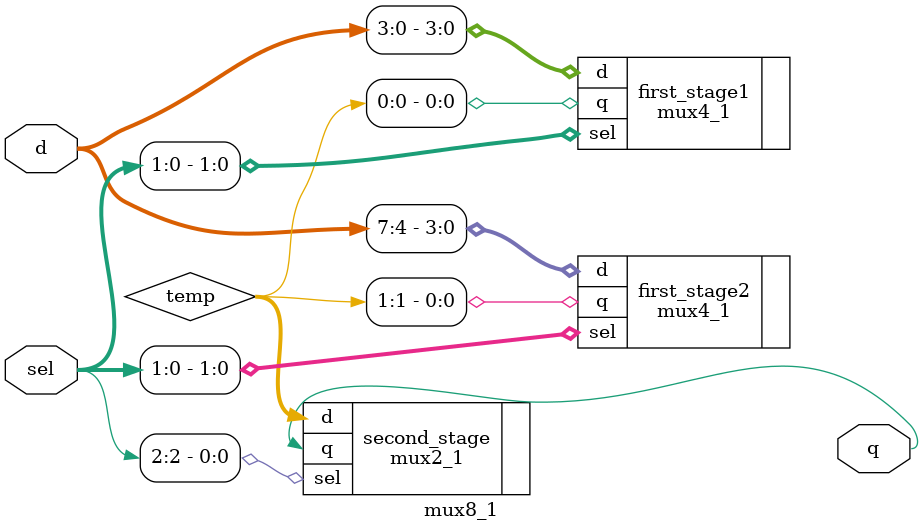
<source format=sv>
module mux8_1 (
    input logic [7:0] d,
    input logic [2:0] sel,
    output logic q
);

    logic [1:0] temp;
    mux4_1 first_stage1 (.sel(sel[1:0]), .d(d[3:0]), .q(temp[0]));
    mux4_1 first_stage2 (.sel(sel[1:0]), .d(d[7:4]), .q(temp[1]));
    mux2_1 second_stage (.sel(sel[2]), .d(temp), .q(q));

endmodule
</source>
